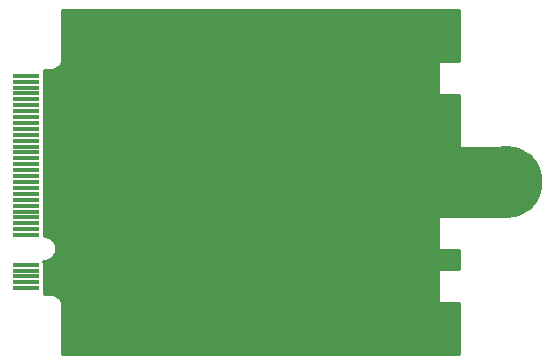
<source format=gbl>
G04 #@! TF.FileFunction,Copper,L2,Bot,Signal*
%FSLAX46Y46*%
G04 Gerber Fmt 4.6, Leading zero omitted, Abs format (unit mm)*
G04 Created by KiCad (PCBNEW 4.0.7) date Fri Mar 16 17:18:46 2018*
%MOMM*%
%LPD*%
G01*
G04 APERTURE LIST*
%ADD10C,0.100000*%
%ADD11R,2.200000X0.350000*%
%ADD12C,6.150000*%
%ADD13C,0.250000*%
G04 APERTURE END LIST*
D10*
D11*
X120250000Y-104000000D03*
X120250000Y-103500000D03*
X120250000Y-103000000D03*
X120250000Y-102500000D03*
X120250000Y-102000000D03*
X120250000Y-99500000D03*
X120250000Y-99000000D03*
X120250000Y-98500000D03*
X120250000Y-98000000D03*
X120250000Y-97500000D03*
X120250000Y-97000000D03*
X120250000Y-96500000D03*
X120250000Y-96000000D03*
X120250000Y-95500000D03*
X120250000Y-95000000D03*
X120250000Y-94500000D03*
X120250000Y-94000000D03*
X120250000Y-93500000D03*
X120250000Y-93000000D03*
X120250000Y-92500000D03*
X120250000Y-92000000D03*
X120250000Y-91500000D03*
X120250000Y-91000000D03*
X120250000Y-90500000D03*
X120250000Y-90000000D03*
X120250000Y-89500000D03*
X120250000Y-89000000D03*
X120250000Y-88500000D03*
X120250000Y-88000000D03*
X120250000Y-87500000D03*
X120250000Y-87000000D03*
X120250000Y-86500000D03*
X120250000Y-86000000D03*
D12*
X160850000Y-95000000D03*
D13*
X160850000Y-95000000D02*
X156900000Y-95000000D01*
G36*
X156925000Y-84775000D02*
X155200000Y-84775000D01*
X155154568Y-84783549D01*
X155112841Y-84810399D01*
X155084848Y-84851368D01*
X155075000Y-84900000D01*
X155075000Y-87500000D01*
X155083549Y-87545432D01*
X155110399Y-87587159D01*
X155151368Y-87615152D01*
X155200000Y-87625000D01*
X156925000Y-87625000D01*
X156925000Y-92000000D01*
X156934848Y-92048632D01*
X156962841Y-92089601D01*
X157004568Y-92116451D01*
X157050000Y-92125000D01*
X160400000Y-92125000D01*
X160400000Y-97875000D01*
X155200000Y-97875000D01*
X155154568Y-97883549D01*
X155112841Y-97910399D01*
X155084848Y-97951368D01*
X155075000Y-98000000D01*
X155075000Y-100600000D01*
X155083549Y-100645432D01*
X155110399Y-100687159D01*
X155151368Y-100715152D01*
X155200000Y-100725000D01*
X156925000Y-100725000D01*
X156925000Y-102375000D01*
X155200000Y-102375000D01*
X155154568Y-102383549D01*
X155112841Y-102410399D01*
X155084848Y-102451368D01*
X155075000Y-102500000D01*
X155075000Y-105100000D01*
X155083549Y-105145432D01*
X155110399Y-105187159D01*
X155151368Y-105215152D01*
X155200000Y-105225000D01*
X156925000Y-105225000D01*
X156925000Y-109550000D01*
X123300000Y-109550000D01*
X123300000Y-105425000D01*
X123291354Y-105381533D01*
X123291354Y-105337210D01*
X123253294Y-105145868D01*
X123186102Y-104983651D01*
X123186098Y-104983647D01*
X123077718Y-104821446D01*
X123077716Y-104821442D01*
X122953558Y-104697284D01*
X122953554Y-104697282D01*
X122791353Y-104588902D01*
X122791349Y-104588898D01*
X122684797Y-104544764D01*
X122629134Y-104521707D01*
X122629132Y-104521707D01*
X122437790Y-104483646D01*
X122393467Y-104483646D01*
X122350000Y-104475000D01*
X121725000Y-104475000D01*
X121725000Y-104211276D01*
X121732346Y-104175000D01*
X121732346Y-103825000D01*
X121717716Y-103747247D01*
X121732346Y-103675000D01*
X121732346Y-103325000D01*
X121717716Y-103247247D01*
X121732346Y-103175000D01*
X121732346Y-102825000D01*
X121717716Y-102747247D01*
X121732346Y-102675000D01*
X121732346Y-102325000D01*
X121717716Y-102247247D01*
X121732346Y-102175000D01*
X121732346Y-101825000D01*
X121706198Y-101686034D01*
X121699098Y-101675000D01*
X121750000Y-101675000D01*
X121793471Y-101666353D01*
X121837790Y-101666353D01*
X122067400Y-101620682D01*
X122067401Y-101620682D01*
X122134593Y-101592850D01*
X122229616Y-101553490D01*
X122229617Y-101553489D01*
X122424271Y-101423425D01*
X122548427Y-101299269D01*
X122678487Y-101104620D01*
X122678490Y-101104617D01*
X122706321Y-101037425D01*
X122745682Y-100942401D01*
X122745682Y-100942395D01*
X122791352Y-100712797D01*
X122791354Y-100712791D01*
X122791353Y-100625000D01*
X122791354Y-100537209D01*
X122791352Y-100537203D01*
X122745682Y-100307605D01*
X122745682Y-100307599D01*
X122683907Y-100158462D01*
X122678490Y-100145383D01*
X122678487Y-100145380D01*
X122548425Y-99950729D01*
X122424269Y-99826573D01*
X122229617Y-99696511D01*
X122229616Y-99696510D01*
X122134593Y-99657150D01*
X122067401Y-99629318D01*
X122067400Y-99629318D01*
X121837790Y-99583647D01*
X121793471Y-99583647D01*
X121750000Y-99575000D01*
X121732346Y-99575000D01*
X121732346Y-99325000D01*
X121717716Y-99247247D01*
X121732346Y-99175000D01*
X121732346Y-98825000D01*
X121717716Y-98747247D01*
X121732346Y-98675000D01*
X121732346Y-98325000D01*
X121717716Y-98247247D01*
X121732346Y-98175000D01*
X121732346Y-97825000D01*
X121717716Y-97747247D01*
X121732346Y-97675000D01*
X121732346Y-97325000D01*
X121717716Y-97247247D01*
X121732346Y-97175000D01*
X121732346Y-96825000D01*
X121717716Y-96747247D01*
X121732346Y-96675000D01*
X121732346Y-96325000D01*
X121717716Y-96247247D01*
X121732346Y-96175000D01*
X121732346Y-95825000D01*
X121717716Y-95747247D01*
X121732346Y-95675000D01*
X121732346Y-95325000D01*
X121717716Y-95247247D01*
X121732346Y-95175000D01*
X121732346Y-94825000D01*
X121717716Y-94747247D01*
X121732346Y-94675000D01*
X121732346Y-94325000D01*
X121717716Y-94247247D01*
X121732346Y-94175000D01*
X121732346Y-93825000D01*
X121717716Y-93747247D01*
X121732346Y-93675000D01*
X121732346Y-93325000D01*
X121717716Y-93247247D01*
X121732346Y-93175000D01*
X121732346Y-92825000D01*
X121717716Y-92747247D01*
X121732346Y-92675000D01*
X121732346Y-92325000D01*
X121717716Y-92247247D01*
X121732346Y-92175000D01*
X121732346Y-91825000D01*
X121717716Y-91747247D01*
X121732346Y-91675000D01*
X121732346Y-91325000D01*
X121717716Y-91247247D01*
X121732346Y-91175000D01*
X121732346Y-90825000D01*
X121717716Y-90747247D01*
X121732346Y-90675000D01*
X121732346Y-90325000D01*
X121717716Y-90247247D01*
X121732346Y-90175000D01*
X121732346Y-89825000D01*
X121717716Y-89747247D01*
X121732346Y-89675000D01*
X121732346Y-89325000D01*
X121717716Y-89247247D01*
X121732346Y-89175000D01*
X121732346Y-88825000D01*
X121717716Y-88747247D01*
X121732346Y-88675000D01*
X121732346Y-88325000D01*
X121717716Y-88247247D01*
X121732346Y-88175000D01*
X121732346Y-87825000D01*
X121717716Y-87747247D01*
X121732346Y-87675000D01*
X121732346Y-87325000D01*
X121717716Y-87247247D01*
X121732346Y-87175000D01*
X121732346Y-86825000D01*
X121717716Y-86747247D01*
X121732346Y-86675000D01*
X121732346Y-86325000D01*
X121717716Y-86247247D01*
X121732346Y-86175000D01*
X121732346Y-85825000D01*
X121725000Y-85785959D01*
X121725000Y-85525000D01*
X122350000Y-85525000D01*
X122393467Y-85516354D01*
X122437790Y-85516354D01*
X122629132Y-85478293D01*
X122629134Y-85478293D01*
X122699464Y-85449161D01*
X122791349Y-85411102D01*
X122791353Y-85411098D01*
X122953554Y-85302718D01*
X122953558Y-85302716D01*
X123077716Y-85178558D01*
X123077718Y-85178554D01*
X123186098Y-85016353D01*
X123186102Y-85016349D01*
X123253294Y-84854132D01*
X123291354Y-84662790D01*
X123291354Y-84618467D01*
X123300000Y-84575000D01*
X123300000Y-80450000D01*
X156925000Y-80450000D01*
X156925000Y-84775000D01*
X156925000Y-84775000D01*
G37*
X156925000Y-84775000D02*
X155200000Y-84775000D01*
X155154568Y-84783549D01*
X155112841Y-84810399D01*
X155084848Y-84851368D01*
X155075000Y-84900000D01*
X155075000Y-87500000D01*
X155083549Y-87545432D01*
X155110399Y-87587159D01*
X155151368Y-87615152D01*
X155200000Y-87625000D01*
X156925000Y-87625000D01*
X156925000Y-92000000D01*
X156934848Y-92048632D01*
X156962841Y-92089601D01*
X157004568Y-92116451D01*
X157050000Y-92125000D01*
X160400000Y-92125000D01*
X160400000Y-97875000D01*
X155200000Y-97875000D01*
X155154568Y-97883549D01*
X155112841Y-97910399D01*
X155084848Y-97951368D01*
X155075000Y-98000000D01*
X155075000Y-100600000D01*
X155083549Y-100645432D01*
X155110399Y-100687159D01*
X155151368Y-100715152D01*
X155200000Y-100725000D01*
X156925000Y-100725000D01*
X156925000Y-102375000D01*
X155200000Y-102375000D01*
X155154568Y-102383549D01*
X155112841Y-102410399D01*
X155084848Y-102451368D01*
X155075000Y-102500000D01*
X155075000Y-105100000D01*
X155083549Y-105145432D01*
X155110399Y-105187159D01*
X155151368Y-105215152D01*
X155200000Y-105225000D01*
X156925000Y-105225000D01*
X156925000Y-109550000D01*
X123300000Y-109550000D01*
X123300000Y-105425000D01*
X123291354Y-105381533D01*
X123291354Y-105337210D01*
X123253294Y-105145868D01*
X123186102Y-104983651D01*
X123186098Y-104983647D01*
X123077718Y-104821446D01*
X123077716Y-104821442D01*
X122953558Y-104697284D01*
X122953554Y-104697282D01*
X122791353Y-104588902D01*
X122791349Y-104588898D01*
X122684797Y-104544764D01*
X122629134Y-104521707D01*
X122629132Y-104521707D01*
X122437790Y-104483646D01*
X122393467Y-104483646D01*
X122350000Y-104475000D01*
X121725000Y-104475000D01*
X121725000Y-104211276D01*
X121732346Y-104175000D01*
X121732346Y-103825000D01*
X121717716Y-103747247D01*
X121732346Y-103675000D01*
X121732346Y-103325000D01*
X121717716Y-103247247D01*
X121732346Y-103175000D01*
X121732346Y-102825000D01*
X121717716Y-102747247D01*
X121732346Y-102675000D01*
X121732346Y-102325000D01*
X121717716Y-102247247D01*
X121732346Y-102175000D01*
X121732346Y-101825000D01*
X121706198Y-101686034D01*
X121699098Y-101675000D01*
X121750000Y-101675000D01*
X121793471Y-101666353D01*
X121837790Y-101666353D01*
X122067400Y-101620682D01*
X122067401Y-101620682D01*
X122134593Y-101592850D01*
X122229616Y-101553490D01*
X122229617Y-101553489D01*
X122424271Y-101423425D01*
X122548427Y-101299269D01*
X122678487Y-101104620D01*
X122678490Y-101104617D01*
X122706321Y-101037425D01*
X122745682Y-100942401D01*
X122745682Y-100942395D01*
X122791352Y-100712797D01*
X122791354Y-100712791D01*
X122791353Y-100625000D01*
X122791354Y-100537209D01*
X122791352Y-100537203D01*
X122745682Y-100307605D01*
X122745682Y-100307599D01*
X122683907Y-100158462D01*
X122678490Y-100145383D01*
X122678487Y-100145380D01*
X122548425Y-99950729D01*
X122424269Y-99826573D01*
X122229617Y-99696511D01*
X122229616Y-99696510D01*
X122134593Y-99657150D01*
X122067401Y-99629318D01*
X122067400Y-99629318D01*
X121837790Y-99583647D01*
X121793471Y-99583647D01*
X121750000Y-99575000D01*
X121732346Y-99575000D01*
X121732346Y-99325000D01*
X121717716Y-99247247D01*
X121732346Y-99175000D01*
X121732346Y-98825000D01*
X121717716Y-98747247D01*
X121732346Y-98675000D01*
X121732346Y-98325000D01*
X121717716Y-98247247D01*
X121732346Y-98175000D01*
X121732346Y-97825000D01*
X121717716Y-97747247D01*
X121732346Y-97675000D01*
X121732346Y-97325000D01*
X121717716Y-97247247D01*
X121732346Y-97175000D01*
X121732346Y-96825000D01*
X121717716Y-96747247D01*
X121732346Y-96675000D01*
X121732346Y-96325000D01*
X121717716Y-96247247D01*
X121732346Y-96175000D01*
X121732346Y-95825000D01*
X121717716Y-95747247D01*
X121732346Y-95675000D01*
X121732346Y-95325000D01*
X121717716Y-95247247D01*
X121732346Y-95175000D01*
X121732346Y-94825000D01*
X121717716Y-94747247D01*
X121732346Y-94675000D01*
X121732346Y-94325000D01*
X121717716Y-94247247D01*
X121732346Y-94175000D01*
X121732346Y-93825000D01*
X121717716Y-93747247D01*
X121732346Y-93675000D01*
X121732346Y-93325000D01*
X121717716Y-93247247D01*
X121732346Y-93175000D01*
X121732346Y-92825000D01*
X121717716Y-92747247D01*
X121732346Y-92675000D01*
X121732346Y-92325000D01*
X121717716Y-92247247D01*
X121732346Y-92175000D01*
X121732346Y-91825000D01*
X121717716Y-91747247D01*
X121732346Y-91675000D01*
X121732346Y-91325000D01*
X121717716Y-91247247D01*
X121732346Y-91175000D01*
X121732346Y-90825000D01*
X121717716Y-90747247D01*
X121732346Y-90675000D01*
X121732346Y-90325000D01*
X121717716Y-90247247D01*
X121732346Y-90175000D01*
X121732346Y-89825000D01*
X121717716Y-89747247D01*
X121732346Y-89675000D01*
X121732346Y-89325000D01*
X121717716Y-89247247D01*
X121732346Y-89175000D01*
X121732346Y-88825000D01*
X121717716Y-88747247D01*
X121732346Y-88675000D01*
X121732346Y-88325000D01*
X121717716Y-88247247D01*
X121732346Y-88175000D01*
X121732346Y-87825000D01*
X121717716Y-87747247D01*
X121732346Y-87675000D01*
X121732346Y-87325000D01*
X121717716Y-87247247D01*
X121732346Y-87175000D01*
X121732346Y-86825000D01*
X121717716Y-86747247D01*
X121732346Y-86675000D01*
X121732346Y-86325000D01*
X121717716Y-86247247D01*
X121732346Y-86175000D01*
X121732346Y-85825000D01*
X121725000Y-85785959D01*
X121725000Y-85525000D01*
X122350000Y-85525000D01*
X122393467Y-85516354D01*
X122437790Y-85516354D01*
X122629132Y-85478293D01*
X122629134Y-85478293D01*
X122699464Y-85449161D01*
X122791349Y-85411102D01*
X122791353Y-85411098D01*
X122953554Y-85302718D01*
X122953558Y-85302716D01*
X123077716Y-85178558D01*
X123077718Y-85178554D01*
X123186098Y-85016353D01*
X123186102Y-85016349D01*
X123253294Y-84854132D01*
X123291354Y-84662790D01*
X123291354Y-84618467D01*
X123300000Y-84575000D01*
X123300000Y-80450000D01*
X156925000Y-80450000D01*
X156925000Y-84775000D01*
M02*

</source>
